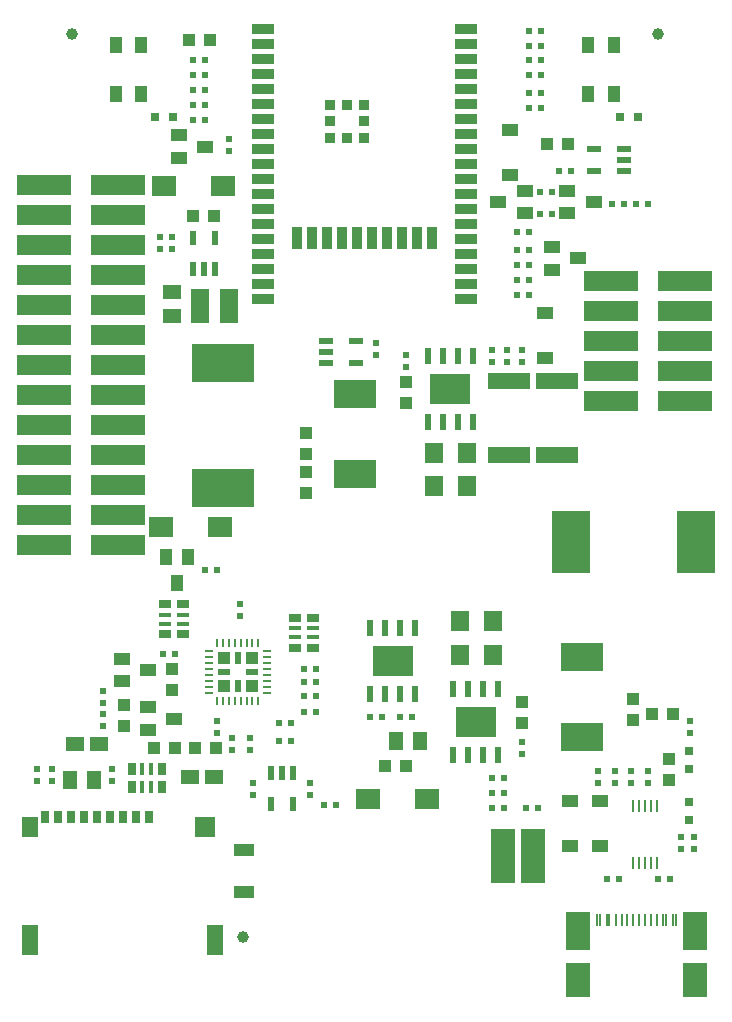
<source format=gbr>
%TF.GenerationSoftware,KiCad,Pcbnew,7.0.9-7.0.9~ubuntu22.04.1*%
%TF.CreationDate,2024-03-05T16:37:03+02:00*%
%TF.ProjectId,ESP32-PoE2_Rev_B,45535033-322d-4506-9f45-325f5265765f,B*%
%TF.SameCoordinates,PX4c4b3ffPYa21fe81*%
%TF.FileFunction,Paste,Top*%
%TF.FilePolarity,Positive*%
%FSLAX46Y46*%
G04 Gerber Fmt 4.6, Leading zero omitted, Abs format (unit mm)*
G04 Created by KiCad (PCBNEW 7.0.9-7.0.9~ubuntu22.04.1) date 2024-03-05 16:37:03*
%MOMM*%
%LPD*%
G01*
G04 APERTURE LIST*
G04 Aperture macros list*
%AMOutline4P*
0 Free polygon, 4 corners , with rotation*
0 The origin of the aperture is its center*
0 number of corners: always 4*
0 $1 to $8 corner X, Y*
0 $9 Rotation angle, in degrees counterclockwise*
0 create outline with 4 corners*
4,1,4,$1,$2,$3,$4,$5,$6,$7,$8,$1,$2,$9*%
G04 Aperture macros list end*
%ADD10R,3.600000X2.400000*%
%ADD11R,3.654000X1.454000*%
%ADD12R,3.254000X5.254000*%
%ADD13R,5.254000X3.254000*%
%ADD14R,1.901600X0.901600*%
%ADD15R,0.901600X1.901600*%
%ADD16R,0.900000X0.900000*%
%ADD17R,1.000000X1.000000*%
%ADD18R,0.600000X1.000000*%
%ADD19R,1.000000X0.600000*%
%ADD20R,0.780000X0.230000*%
%ADD21R,0.230000X0.780000*%
%ADD22C,1.000000*%
%ADD23Outline4P,-0.850000X-2.275000X0.850000X-2.275000X0.850000X2.275000X-0.850000X2.275000X270.000000*%
%ADD24R,1.400000X1.000000*%
%ADD25R,0.500000X0.550000*%
%ADD26R,1.016000X0.635000*%
%ADD27R,1.016000X0.381000*%
%ADD28R,0.550000X0.500000*%
%ADD29R,1.270000X1.524000*%
%ADD30R,1.016000X1.016000*%
%ADD31R,1.524000X1.270000*%
%ADD32R,0.800000X0.800000*%
%ADD33R,1.778000X1.016000*%
%ADD34R,2.000000X1.700000*%
%ADD35R,1.000000X1.400000*%
%ADD36R,1.600000X3.000000*%
%ADD37R,0.550000X1.200000*%
%ADD38R,1.524000X1.778000*%
%ADD39R,0.635000X1.016000*%
%ADD40R,0.381000X1.016000*%
%ADD41R,0.600000X1.400000*%
%ADD42R,3.500000X2.600000*%
%ADD43R,1.200000X0.550000*%
%ADD44R,0.700000X1.100000*%
%ADD45R,1.800000X1.800000*%
%ADD46R,1.400000X1.800000*%
%ADD47R,1.400000X2.600000*%
%ADD48R,2.100000X3.200000*%
%ADD49R,2.100000X3.000000*%
%ADD50R,1.100000X2.200000*%
%ADD51R,1.100000X2.000000*%
%ADD52R,0.280000X1.130000*%
%ADD53R,0.230000X1.130000*%
%ADD54R,2.032000X4.572000*%
%ADD55R,4.550000X1.700000*%
%ADD56R,0.230000X0.980000*%
G04 APERTURE END LIST*
D10*
X48397001Y29255001D03*
X48397001Y22455001D03*
X29220001Y51539001D03*
X29220001Y44739001D03*
D11*
X46250001Y46350001D03*
X46250001Y52650001D03*
X42250001Y46350001D03*
X42250001Y52650001D03*
D12*
X58050001Y39000001D03*
X47450001Y39000001D03*
D13*
X18000001Y54189001D03*
X18000001Y43589001D03*
D14*
X21400001Y82400001D03*
X21400001Y81130001D03*
X21400001Y79860001D03*
X21400001Y78590001D03*
X21400001Y77320001D03*
X21400001Y76050001D03*
X21400001Y74780001D03*
X21400001Y73510001D03*
X21400001Y72240001D03*
X21400001Y70970001D03*
X21400001Y69700001D03*
X21400001Y68430001D03*
X21400001Y67160001D03*
X21400001Y65890001D03*
X21400001Y64620001D03*
X21400001Y63350001D03*
X21400001Y62080001D03*
X21400001Y60810001D03*
X21400001Y59540001D03*
D15*
X24285001Y64740001D03*
X25555001Y64740001D03*
X26825001Y64740001D03*
D16*
X27100001Y76000001D03*
X27100001Y74600001D03*
X27100001Y73200001D03*
D15*
X28095001Y64740001D03*
D16*
X28500001Y76000001D03*
X28500001Y73200001D03*
D15*
X29365001Y64740001D03*
D16*
X29900001Y76000001D03*
X29900001Y74600001D03*
X29900001Y73200001D03*
D15*
X30635001Y64740001D03*
X31905001Y64740001D03*
X33175001Y64740001D03*
X34445001Y64740001D03*
X35715001Y64740001D03*
D14*
X38600001Y82400001D03*
X38600001Y81130001D03*
X38600001Y79860001D03*
X38600001Y78590001D03*
X38600001Y77320001D03*
X38600001Y76050001D03*
X38600001Y74780001D03*
X38600001Y73510001D03*
X38600001Y72240001D03*
X38600001Y70970001D03*
X38600001Y69700001D03*
X38600001Y68430001D03*
X38600001Y67160001D03*
X38600001Y65890001D03*
X38600001Y64620001D03*
X38600001Y63350001D03*
X38600001Y62080001D03*
X38600001Y60810001D03*
X38600001Y59540001D03*
D17*
X18050001Y26800001D03*
D18*
X19250001Y26800001D03*
D17*
X20450001Y26800001D03*
D19*
X18050001Y28000001D03*
X20450001Y28000001D03*
D17*
X18050001Y29200001D03*
D18*
X19250001Y29200001D03*
D17*
X20450001Y29200001D03*
D20*
X21700001Y26250001D03*
X21700001Y26750001D03*
X21700001Y27250001D03*
X21700001Y27750001D03*
X21700001Y28250001D03*
X21700001Y28750001D03*
X21700001Y29250001D03*
X21700001Y29750001D03*
D21*
X21000001Y30450001D03*
X20500001Y30450001D03*
X20000001Y30450001D03*
X19500001Y30450001D03*
X19000001Y30450001D03*
X18500001Y30450001D03*
X18000001Y30450001D03*
X17500001Y30450001D03*
D20*
X16800001Y29750001D03*
X16800001Y29250001D03*
X16800001Y28750001D03*
X16800001Y28250001D03*
X16800001Y27750001D03*
X16800001Y27250001D03*
X16800001Y26750001D03*
X16800001Y26250001D03*
D21*
X17500001Y25550001D03*
X18000001Y25550001D03*
X18500001Y25550001D03*
X19000001Y25550001D03*
X19500001Y25550001D03*
X20000001Y25550001D03*
X20500001Y25550001D03*
X21000001Y25550001D03*
D22*
X54800001Y82000001D03*
D23*
X57125001Y61080001D03*
X50875001Y61080001D03*
X57125001Y58540001D03*
X50875001Y58540001D03*
X57125001Y56000001D03*
X50875001Y56000001D03*
X57125001Y53460001D03*
X50875001Y53460001D03*
X57125001Y50920001D03*
X50875001Y50920001D03*
D24*
X14269561Y73413961D03*
X14269561Y71511501D03*
X16479361Y72466541D03*
D25*
X16520001Y36650001D03*
X17536001Y36650001D03*
D26*
X25664001Y30046001D03*
X24140001Y30046001D03*
D27*
X25664001Y30935001D03*
X24140001Y30935001D03*
X25664001Y31697001D03*
X24140001Y31697001D03*
D26*
X25664001Y32586001D03*
X24140001Y32586001D03*
D25*
X43952001Y82270001D03*
X44968001Y82270001D03*
X44968001Y79830001D03*
X43952001Y79830001D03*
D28*
X3566001Y19759001D03*
X3566001Y18743001D03*
X8646001Y19759001D03*
X8646001Y18743001D03*
D25*
X16508001Y79830001D03*
X15492001Y79830001D03*
X42936001Y61161001D03*
X43952001Y61161001D03*
D29*
X7122001Y18870001D03*
X5090001Y18870001D03*
D26*
X13091001Y33729001D03*
X14615001Y33729001D03*
D27*
X13091001Y32840001D03*
X14615001Y32840001D03*
X13091001Y32078001D03*
X14615001Y32078001D03*
D26*
X13091001Y31189001D03*
X14615001Y31189001D03*
D28*
X2296001Y19759001D03*
X2296001Y18743001D03*
D24*
X11642561Y25000001D03*
X11642561Y23097541D03*
X13852361Y24052581D03*
D30*
X13980001Y21537001D03*
X12202001Y21537001D03*
D28*
X17536001Y23823001D03*
X17536001Y22807001D03*
D25*
X24902001Y25982001D03*
X25918001Y25982001D03*
X24902001Y27125001D03*
X25918001Y27125001D03*
X24902001Y28268001D03*
X25918001Y28268001D03*
D31*
X15250001Y19124001D03*
X17282001Y19124001D03*
D30*
X47254001Y72718001D03*
X45476001Y72718001D03*
D25*
X47508001Y70432001D03*
X46492001Y70432001D03*
X15504001Y76020001D03*
X16520001Y76020001D03*
X53985001Y67638001D03*
X52969001Y67638001D03*
D32*
X53162001Y75000001D03*
X51638001Y75000001D03*
D25*
X43952001Y77036001D03*
X44968001Y77036001D03*
X43952001Y78560001D03*
X44968001Y78560001D03*
X15492001Y74750001D03*
X16508001Y74750001D03*
D28*
X20330001Y21410001D03*
X20330001Y22426001D03*
D25*
X43952001Y63701001D03*
X42936001Y63701001D03*
X13980001Y29538001D03*
X12964001Y29538001D03*
D30*
X13726001Y26490001D03*
X13726001Y28268001D03*
D33*
X19750001Y12901001D03*
X19750001Y9345001D03*
D34*
X30250001Y17250001D03*
X35250001Y17250001D03*
D28*
X57922001Y13028001D03*
X57922001Y14044001D03*
D31*
X13726001Y58113001D03*
X13726001Y60145001D03*
D28*
X43317001Y21029001D03*
X43317001Y22045001D03*
D35*
X15056961Y37757441D03*
X13154501Y37757441D03*
X14109541Y35547641D03*
D34*
X12750001Y40250001D03*
X17750001Y40250001D03*
D30*
X9662001Y23442001D03*
X9662001Y25220001D03*
X43317001Y25474001D03*
X43317001Y23696001D03*
D25*
X42936001Y62431001D03*
X43952001Y62431001D03*
D35*
X11075001Y81075001D03*
X8925001Y81075001D03*
X11075001Y76925001D03*
X8925001Y76925001D03*
D28*
X57541001Y22807001D03*
X57541001Y23823001D03*
D25*
X41793001Y17727001D03*
X40777001Y17727001D03*
X40777001Y18997001D03*
X41793001Y18997001D03*
X41793001Y16457001D03*
X40777001Y16457001D03*
D36*
X18482001Y59002001D03*
X16082001Y59002001D03*
D25*
X43952001Y65225001D03*
X42936001Y65225001D03*
D22*
X5217001Y81989001D03*
D25*
X44968001Y81020001D03*
X43952001Y81020001D03*
D28*
X12710001Y64844001D03*
X12710001Y63828001D03*
X13726001Y64844001D03*
X13726001Y63828001D03*
D30*
X17282001Y66622001D03*
X15504001Y66622001D03*
D34*
X18000001Y69162001D03*
X13000001Y69162001D03*
D37*
X15443001Y62147001D03*
X16393001Y62147001D03*
X17343001Y62147001D03*
X17343001Y64747001D03*
X15443001Y64747001D03*
D25*
X23759001Y22172001D03*
X22743001Y22172001D03*
X27569001Y16711001D03*
X26553001Y16711001D03*
D28*
X18806001Y21410001D03*
X18806001Y22426001D03*
D32*
X57500001Y21262001D03*
X57500001Y19738001D03*
X57500001Y17004001D03*
X57500001Y15480001D03*
D25*
X23759001Y23696001D03*
X22743001Y23696001D03*
D35*
X48925001Y76925001D03*
X51075001Y76925001D03*
X48925001Y81075001D03*
X51075001Y81075001D03*
D24*
X45250001Y54600001D03*
X45250001Y58400001D03*
D28*
X19441001Y32713001D03*
X19441001Y33729001D03*
X20584001Y17600001D03*
X20584001Y18616001D03*
X25410001Y17600001D03*
X25410001Y18616001D03*
D37*
X23947001Y19408001D03*
X22997001Y19408001D03*
X22047001Y19408001D03*
X22047001Y16808001D03*
X23947001Y16808001D03*
D25*
X24902001Y24585001D03*
X25918001Y24585001D03*
D30*
X15631001Y21537001D03*
X17409001Y21537001D03*
D38*
X40904001Y29411001D03*
X38110001Y29411001D03*
D30*
X31734001Y20000001D03*
X33512001Y20000001D03*
D25*
X16508001Y77290001D03*
X15492001Y77290001D03*
D39*
X10297001Y18235001D03*
X10297001Y19759001D03*
D40*
X11186001Y18235001D03*
X11186001Y19759001D03*
X11948001Y18235001D03*
X11948001Y19759001D03*
D39*
X12837001Y18235001D03*
X12837001Y19759001D03*
D41*
X41300001Y26550001D03*
X40030001Y26550001D03*
X38760001Y26550001D03*
X37490001Y26550001D03*
X37490001Y20950001D03*
X38760001Y20950001D03*
X40030001Y20950001D03*
X41300001Y20950001D03*
D42*
X39395001Y23750001D03*
D30*
X54366001Y24458001D03*
X56144001Y24458001D03*
X52715001Y23950001D03*
X52715001Y25728001D03*
D22*
X19695001Y5535001D03*
D28*
X30998001Y54811001D03*
X30998001Y55827001D03*
X18552001Y72083001D03*
X18552001Y73099001D03*
D43*
X26700001Y56015001D03*
X26700001Y55065001D03*
X26700001Y54115001D03*
X29300001Y54115001D03*
X29300001Y56015001D03*
X51983001Y70371001D03*
X51983001Y71321001D03*
X51983001Y72271001D03*
X49383001Y72271001D03*
X49383001Y70371001D03*
D25*
X44968001Y75766001D03*
X43952001Y75766001D03*
D24*
X9443561Y29090961D03*
X9443561Y27188501D03*
X11653361Y28143541D03*
D28*
X7884001Y23442001D03*
X7884001Y24458001D03*
X7884001Y25347001D03*
X7884001Y26363001D03*
D25*
X16508001Y78560001D03*
X15492001Y78560001D03*
D31*
X7503001Y21918001D03*
X5471001Y21918001D03*
D32*
X13762001Y75000001D03*
X12238001Y75000001D03*
D41*
X30460001Y26150001D03*
X31730001Y26150001D03*
X33000001Y26150001D03*
X34270001Y26150001D03*
X34270001Y31750001D03*
X33000001Y31750001D03*
X31730001Y31750001D03*
X30460001Y31750001D03*
D42*
X32365001Y28950001D03*
D29*
X34681001Y22172001D03*
X32649001Y22172001D03*
D25*
X42936001Y59891001D03*
X43952001Y59891001D03*
X33030001Y24200001D03*
X34046001Y24200001D03*
X30490001Y24200001D03*
X31506001Y24200001D03*
D24*
X42301001Y70056001D03*
X42301001Y73856001D03*
X43535441Y66815041D03*
X43535441Y68717501D03*
X41325641Y67762461D03*
X47162561Y68714961D03*
X47162561Y66812501D03*
X49372361Y67767541D03*
D30*
X55750001Y18870001D03*
X55750001Y20648001D03*
D25*
X45857001Y66749001D03*
X44841001Y66749001D03*
D44*
X11750001Y15750001D03*
X10650001Y15750001D03*
X9550001Y15750001D03*
X8450001Y15750001D03*
X7350001Y15750001D03*
X6250001Y15750001D03*
X5150001Y15750001D03*
X4050001Y15750001D03*
X2950001Y15750001D03*
D45*
X16450001Y14870001D03*
D46*
X1650001Y14870001D03*
D47*
X17350001Y5270001D03*
X1650001Y5270001D03*
D25*
X44714001Y16457001D03*
X43698001Y16457001D03*
D28*
X43317001Y54250001D03*
X43317001Y55266001D03*
D38*
X35853001Y46500002D03*
X38647001Y46500002D03*
D28*
X49794001Y18616001D03*
X49794001Y19632001D03*
X52588001Y18616001D03*
X52588001Y19632001D03*
D25*
X54874001Y10500001D03*
X55890001Y10500001D03*
D28*
X42047001Y54250001D03*
X42047001Y55266001D03*
D30*
X33538001Y50747001D03*
X33538001Y52525001D03*
D38*
X40904001Y32332001D03*
X38110001Y32332001D03*
D41*
X35345001Y49150001D03*
X36615001Y49150001D03*
X37885001Y49150001D03*
X39155001Y49150001D03*
X39155001Y54750001D03*
X37885001Y54750001D03*
X36615001Y54750001D03*
X35345001Y54750001D03*
D42*
X37250001Y51950001D03*
D48*
X57927601Y6098001D03*
X48072401Y6098001D03*
D49*
X57927601Y1918001D03*
X48072401Y1918001D03*
D50*
X57927601Y6098001D03*
X48072401Y6098001D03*
D51*
X57927601Y1918001D03*
X48072401Y1918001D03*
D52*
X49675001Y7000001D03*
X50475001Y7000001D03*
D53*
X51750001Y7000001D03*
X52750001Y7000001D03*
X53250001Y7000001D03*
X54250001Y7000001D03*
D52*
X55525001Y7000001D03*
X56325001Y7000001D03*
X56075001Y7000001D03*
X55275001Y7000001D03*
D53*
X54750001Y7000001D03*
X53750001Y7000001D03*
X52250001Y7000001D03*
X51250001Y7000001D03*
D52*
X50725001Y7000001D03*
X49925001Y7000001D03*
D28*
X33538001Y54811001D03*
X33538001Y53795001D03*
D25*
X50556001Y10500001D03*
X51572001Y10500001D03*
D38*
X35853001Y43750001D03*
X38647001Y43750001D03*
D24*
X47381001Y17087001D03*
X47381001Y13287001D03*
D54*
X44270001Y12432301D03*
X41730001Y12432301D03*
D30*
X25029001Y44905001D03*
X25029001Y43127001D03*
D24*
X45900001Y63950001D03*
X45900001Y62050001D03*
X48100001Y63000001D03*
X49921001Y13287001D03*
X49921001Y17087001D03*
D55*
X9125001Y69240001D03*
X2875001Y69240001D03*
X9125001Y66700001D03*
X2875001Y66700001D03*
X9125001Y64160001D03*
X2875001Y64160001D03*
X9125001Y61620001D03*
X2875001Y61620001D03*
X9125001Y59080001D03*
X2875001Y59080001D03*
X9125001Y56540001D03*
X2875001Y56540001D03*
X9125001Y54000001D03*
X2875001Y54000001D03*
X9125001Y51460001D03*
X2875001Y51460001D03*
X9125001Y48920001D03*
X2875001Y48920001D03*
X9125001Y46380001D03*
X2875001Y46380001D03*
X9125001Y43840001D03*
X2875001Y43840001D03*
X9125001Y41300001D03*
X2875001Y41300001D03*
X9125001Y38760001D03*
X2875001Y38760001D03*
D56*
X52750001Y11850001D03*
X53250001Y11850001D03*
X53750001Y11850001D03*
X54250001Y11850001D03*
X54750001Y11850001D03*
X54750001Y16650001D03*
X54250001Y16650001D03*
X53750001Y16650001D03*
X53250001Y16650001D03*
X52750001Y16650001D03*
D28*
X51191001Y18616001D03*
X51191001Y19632001D03*
D30*
X25029001Y46429001D03*
X25029001Y48207001D03*
D28*
X40777001Y55266001D03*
X40777001Y54250001D03*
D30*
X16881001Y81481001D03*
X15103001Y81481001D03*
D28*
X53985001Y19632001D03*
X53985001Y18616001D03*
X56779001Y14044001D03*
X56779001Y13028001D03*
D25*
X50937001Y67638001D03*
X51953001Y67638001D03*
X44841001Y68654001D03*
X45857001Y68654001D03*
M02*

</source>
